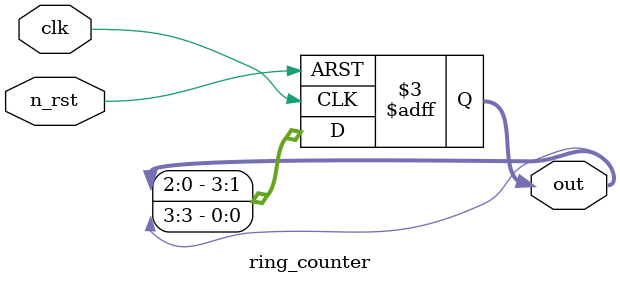
<source format=v>
module ring_counter(
    input clk,
    input n_rst,
    output reg [3:0] out
);

always @(posedge clk or negedge n_rst) begin
    if(!n_rst)
        out <= 4'b0001;
    else
        out <= {out[2:0], out[3]};
end

endmodule
</source>
